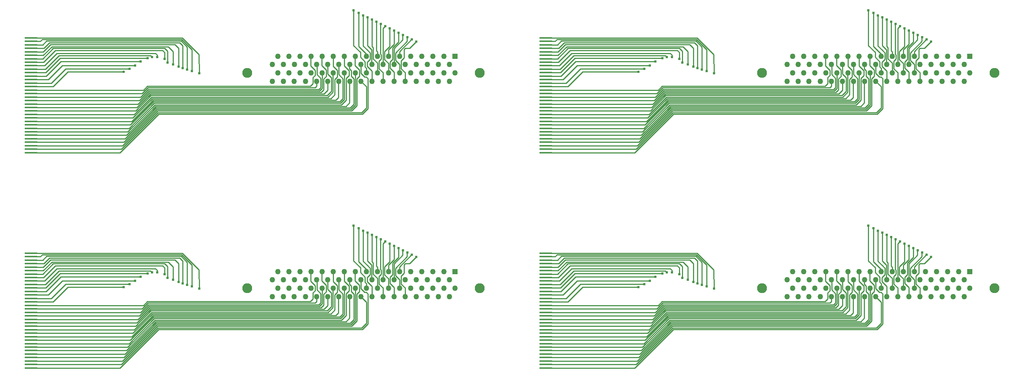
<source format=gtl>
%FSLAX23Y23*%
%MOIN*%
G70*
G01*
G75*
G04 Layer_Physical_Order=1*
G04 Layer_Color=255*
%ADD10R,0.118X0.018*%
%ADD11C,0.010*%
%ADD12C,0.050*%
%ADD13R,0.050X0.050*%
%ADD14C,0.090*%
%ADD15C,0.024*%
D10*
X8005Y9780D02*
D03*
Y9748D02*
D03*
Y9717D02*
D03*
Y9685D02*
D03*
Y9654D02*
D03*
Y9622D02*
D03*
Y9591D02*
D03*
Y9559D02*
D03*
Y9528D02*
D03*
Y9496D02*
D03*
Y9465D02*
D03*
Y9433D02*
D03*
Y9402D02*
D03*
Y9370D02*
D03*
Y9339D02*
D03*
Y9307D02*
D03*
Y9276D02*
D03*
Y9244D02*
D03*
Y9213D02*
D03*
Y9181D02*
D03*
Y9150D02*
D03*
Y9118D02*
D03*
Y9087D02*
D03*
Y9055D02*
D03*
Y9024D02*
D03*
Y8992D02*
D03*
Y8961D02*
D03*
Y8929D02*
D03*
Y8898D02*
D03*
Y8866D02*
D03*
Y8835D02*
D03*
Y8803D02*
D03*
Y8772D02*
D03*
Y8740D02*
D03*
X12655Y9780D02*
D03*
Y9748D02*
D03*
Y9717D02*
D03*
Y9685D02*
D03*
Y9654D02*
D03*
Y9622D02*
D03*
Y9591D02*
D03*
Y9559D02*
D03*
Y9528D02*
D03*
Y9496D02*
D03*
Y9465D02*
D03*
Y9433D02*
D03*
Y9402D02*
D03*
Y9370D02*
D03*
Y9339D02*
D03*
Y9307D02*
D03*
Y9276D02*
D03*
Y9244D02*
D03*
Y9213D02*
D03*
Y9181D02*
D03*
Y9150D02*
D03*
Y9118D02*
D03*
Y9087D02*
D03*
Y9055D02*
D03*
Y9024D02*
D03*
Y8992D02*
D03*
Y8961D02*
D03*
Y8929D02*
D03*
Y8898D02*
D03*
Y8866D02*
D03*
Y8835D02*
D03*
Y8803D02*
D03*
Y8772D02*
D03*
Y8740D02*
D03*
X8005Y11730D02*
D03*
Y11698D02*
D03*
Y11667D02*
D03*
Y11635D02*
D03*
Y11604D02*
D03*
Y11572D02*
D03*
Y11541D02*
D03*
Y11509D02*
D03*
Y11478D02*
D03*
Y11446D02*
D03*
Y11415D02*
D03*
Y11383D02*
D03*
Y11352D02*
D03*
Y11320D02*
D03*
Y11289D02*
D03*
Y11257D02*
D03*
Y11226D02*
D03*
Y11194D02*
D03*
Y11163D02*
D03*
Y11131D02*
D03*
Y11100D02*
D03*
Y11068D02*
D03*
Y11037D02*
D03*
Y11005D02*
D03*
Y10974D02*
D03*
Y10942D02*
D03*
Y10911D02*
D03*
Y10879D02*
D03*
Y10848D02*
D03*
Y10816D02*
D03*
Y10785D02*
D03*
Y10753D02*
D03*
Y10722D02*
D03*
Y10690D02*
D03*
X12655Y11730D02*
D03*
Y11698D02*
D03*
Y11667D02*
D03*
Y11635D02*
D03*
Y11604D02*
D03*
Y11572D02*
D03*
Y11541D02*
D03*
Y11509D02*
D03*
Y11478D02*
D03*
Y11446D02*
D03*
Y11415D02*
D03*
Y11383D02*
D03*
Y11352D02*
D03*
Y11320D02*
D03*
Y11289D02*
D03*
Y11257D02*
D03*
Y11226D02*
D03*
Y11194D02*
D03*
Y11163D02*
D03*
Y11131D02*
D03*
Y11100D02*
D03*
Y11068D02*
D03*
Y11037D02*
D03*
Y11005D02*
D03*
Y10974D02*
D03*
Y10942D02*
D03*
Y10911D02*
D03*
Y10879D02*
D03*
Y10848D02*
D03*
Y10816D02*
D03*
Y10785D02*
D03*
Y10753D02*
D03*
Y10722D02*
D03*
Y10690D02*
D03*
D11*
X8005Y9685D02*
X8123D01*
X8174Y9736D01*
X9349D01*
X9377Y9708D01*
Y9507D02*
Y9708D01*
X8005Y9559D02*
X8119D01*
X8225Y9665D01*
X9195D01*
X9213Y9647D01*
X9211Y9589D02*
X9213Y9647D01*
X8005Y9433D02*
X8143D01*
X8275Y9565D01*
X8995D01*
X8005Y9307D02*
X9021D01*
X9056Y9342D01*
X10528D01*
X10551Y9365D01*
Y9420D01*
X10574Y9443D01*
Y9485D01*
X10533Y9526D02*
X10574Y9485D01*
X10533Y9526D02*
Y9616D01*
X8005Y9181D02*
X8974D01*
X9079Y9286D01*
X10627D01*
X10650Y9309D01*
Y9408D01*
X10671Y9429D01*
Y9491D01*
X10634Y9528D02*
X10671Y9491D01*
X10634Y9528D02*
Y9612D01*
X8005Y9055D02*
X8927D01*
X9102Y9230D01*
X10715D01*
X10750Y9265D01*
Y9404D01*
X10771Y9425D01*
Y9487D01*
X10736Y9522D02*
X10771Y9487D01*
X10736Y9522D02*
Y9614D01*
X8005Y8929D02*
X8880D01*
X9125Y9174D01*
X10808D01*
X10851Y9217D01*
Y9412D01*
X10878Y9439D01*
Y9482D01*
X10835Y9525D02*
X10878Y9482D01*
X10835Y9525D02*
Y9615D01*
X8005Y8803D02*
X8834D01*
X9148Y9118D01*
X10902D01*
X10950Y9166D01*
Y9411D01*
X10971Y9432D01*
Y9491D01*
X10933Y9529D02*
X10971Y9491D01*
X10933Y9529D02*
Y9612D01*
X10965Y9702D02*
Y10005D01*
X11035Y9613D02*
Y9633D01*
X10965Y9703D02*
X11035Y9633D01*
X11125Y9663D02*
Y9926D01*
Y9663D02*
X11135Y9653D01*
Y9613D02*
Y9653D01*
X11285Y9722D02*
Y9845D01*
X11235Y9672D02*
X11285Y9722D01*
X11235Y9613D02*
Y9672D01*
X11444Y9765D02*
X11445D01*
X11335Y9656D02*
X11444Y9765D01*
X11335Y9613D02*
Y9656D01*
X8005Y9748D02*
X8005Y9748D01*
X8000Y9748D02*
X8090D01*
X8108Y9766D01*
X9367D01*
X9459Y9673D01*
Y9478D02*
Y9673D01*
X8005Y9622D02*
X8117D01*
X8195Y9700D01*
X9245D01*
X9290Y9655D01*
Y9540D02*
Y9655D01*
X8005Y9496D02*
X8136D01*
X8260Y9620D01*
X9085D01*
X9100Y9605D01*
X8005Y9370D02*
X8190D01*
X8320Y9500D01*
X8895D01*
X8005Y9244D02*
X8997D01*
X9067Y9314D01*
X10606D01*
X10622Y9330D01*
Y9414D01*
X10588Y9448D02*
X10622Y9414D01*
X10588Y9448D02*
Y9534D01*
X10584Y9538D02*
X10588Y9534D01*
X8005Y9118D02*
X8951D01*
X9090Y9258D01*
X10682D01*
X10720Y9296D01*
Y9419D01*
X10685Y9454D02*
X10720Y9419D01*
X10685Y9454D02*
Y9538D01*
X8005Y8992D02*
X8904D01*
X9114Y9202D01*
X10795D01*
X10823Y9230D01*
Y9411D01*
X10785Y9449D02*
X10823Y9411D01*
X10785Y9449D02*
Y9538D01*
X8005Y8866D02*
X8857D01*
X9137Y9146D01*
X10890D01*
X10922Y9178D01*
Y9411D01*
X10899Y9434D02*
X10922Y9411D01*
X10899Y9434D02*
Y9483D01*
X10884Y9498D02*
X10899Y9483D01*
X10884Y9498D02*
Y9540D01*
X8005Y8740D02*
X8810D01*
X9160Y9090D01*
X10998D01*
X11049Y9141D01*
Y9411D01*
X11035Y9425D02*
X11049Y9411D01*
X11019Y9425D02*
X11035D01*
X10985Y9459D02*
X11019Y9425D01*
X10985Y9459D02*
Y9538D01*
X11045Y9710D02*
Y9965D01*
Y9710D02*
X11083Y9672D01*
Y9540D02*
X11085Y9538D01*
X11083Y9540D02*
Y9672D01*
X11185Y9865D02*
X11205Y9885D01*
X11185Y9538D02*
Y9865D01*
X11364Y9804D02*
X11365Y9805D01*
X11364Y9762D02*
Y9804D01*
X11285Y9683D02*
X11364Y9762D01*
X11285Y9538D02*
Y9683D01*
X8005Y9717D02*
X8111D01*
X8146Y9752D01*
X9361D01*
X9415Y9697D01*
Y9494D02*
Y9697D01*
X8005Y9591D02*
X8111D01*
X8206Y9686D01*
X9214D01*
X9240Y9660D01*
Y9555D02*
Y9660D01*
X8005Y9465D02*
X8140D01*
X8270Y9595D01*
X9060D01*
X8005Y9339D02*
X8206D01*
X8339Y9472D01*
X8844D01*
X8005Y9213D02*
X8986D01*
X9073Y9300D01*
X10612D01*
X10636Y9324D01*
X10635Y9466D02*
X10636Y9465D01*
Y9324D02*
Y9465D01*
X8005Y9087D02*
X8939D01*
X9096Y9244D01*
X10688D01*
X10734Y9290D01*
Y9464D01*
X8005Y8961D02*
X8892D01*
X9119Y9188D01*
X10802D01*
X10837Y9223D01*
Y9383D02*
Y9384D01*
Y9223D02*
Y9383D01*
Y9384D02*
Y9463D01*
X8005Y8835D02*
X8845D01*
X9143Y9132D01*
X10896D01*
X10936Y9172D01*
X10935Y9462D02*
X10936Y9462D01*
Y9172D02*
Y9462D01*
X10917Y10027D02*
X10920Y10030D01*
Y9710D02*
Y10030D01*
Y9710D02*
X10981Y9649D01*
Y9605D02*
Y9649D01*
Y9605D02*
X11024Y9562D01*
Y9516D02*
Y9562D01*
Y9516D02*
X11035Y9505D01*
Y9462D02*
Y9505D01*
X11027Y9470D02*
X11035Y9462D01*
X11085Y9704D02*
Y9945D01*
Y9704D02*
X11097Y9692D01*
Y9590D02*
Y9692D01*
Y9590D02*
X11135Y9552D01*
Y9462D02*
Y9552D01*
X11245Y9702D02*
Y9865D01*
X11199Y9656D02*
X11245Y9702D01*
X11199Y9584D02*
Y9656D01*
Y9584D02*
X11235Y9548D01*
Y9462D02*
Y9548D01*
X11404Y9749D02*
Y9789D01*
X11299Y9644D02*
X11404Y9749D01*
X11299Y9577D02*
Y9644D01*
Y9577D02*
X11335Y9541D01*
Y9462D02*
Y9541D01*
X8005Y9780D02*
X9372D01*
X9524Y9628D01*
X9525Y9460D01*
X8005Y9654D02*
X8117D01*
X8182Y9719D01*
X9306D01*
X9338Y9687D01*
Y9520D02*
Y9687D01*
X8005Y9528D02*
X8128D01*
X8240Y9640D01*
X9130D01*
X9145Y9625D01*
Y9605D02*
Y9625D01*
X8005Y9402D02*
X8162D01*
X8290Y9530D01*
X8945D01*
X8005Y9276D02*
X9009D01*
X9061Y9328D01*
X10572D01*
X10587Y9343D01*
X10585Y9389D02*
X10587Y9387D01*
Y9343D02*
Y9387D01*
X8005Y9150D02*
X8962D01*
X9085Y9272D01*
X10652D01*
X10685Y9305D01*
Y9387D01*
X8005Y9024D02*
X8916D01*
X9108Y9216D01*
X10759D01*
X10784Y9241D01*
Y9389D01*
X8005Y8898D02*
X8869D01*
X9131Y9160D01*
X10852D01*
X10884Y9192D01*
Y9388D01*
X8005Y8772D02*
X8822D01*
X9154Y9104D01*
X10992D01*
X11035Y9147D01*
Y9337D01*
X10985Y9387D02*
X11035Y9337D01*
X11007Y9706D02*
Y9984D01*
Y9706D02*
X11045Y9668D01*
X11048Y9665D02*
X11069Y9644D01*
Y9585D02*
Y9644D01*
X11042Y9558D02*
X11069Y9585D01*
X11042Y9522D02*
Y9558D01*
Y9522D02*
X11085Y9479D01*
Y9387D02*
Y9479D01*
X11164Y9633D02*
X11170Y9627D01*
X11164Y9633D02*
Y9906D01*
X11170Y9589D02*
Y9627D01*
X11150Y9569D02*
X11170Y9589D01*
X11150Y9501D02*
Y9569D01*
Y9501D02*
X11185Y9466D01*
Y9387D02*
Y9466D01*
X11325Y9742D02*
Y9825D01*
X11271Y9688D02*
X11325Y9742D01*
X11271Y9585D02*
Y9688D01*
X11249Y9563D02*
X11271Y9585D01*
X11249Y9506D02*
Y9563D01*
Y9506D02*
X11285Y9470D01*
Y9387D02*
Y9470D01*
X11427Y9687D02*
X11486Y9746D01*
X11386Y9687D02*
X11427D01*
X11375Y9676D02*
X11386Y9687D01*
X11375Y9599D02*
Y9676D01*
X11350Y9574D02*
X11375Y9599D01*
X11350Y9500D02*
Y9574D01*
Y9500D02*
X11385Y9465D01*
Y9387D02*
Y9465D01*
X12655Y9685D02*
X12773D01*
X12824Y9736D01*
X13999D01*
X14027Y9708D01*
Y9507D02*
Y9708D01*
X12655Y9559D02*
X12769D01*
X12875Y9665D01*
X13845D01*
X13863Y9647D01*
X13861Y9589D02*
X13863Y9647D01*
X12655Y9433D02*
X12793D01*
X12925Y9565D01*
X13645D01*
X12655Y9307D02*
X13671D01*
X13706Y9342D01*
X15178D01*
X15201Y9365D01*
Y9420D01*
X15224Y9443D01*
Y9485D01*
X15183Y9526D02*
X15224Y9485D01*
X15183Y9526D02*
Y9616D01*
X12655Y9181D02*
X13624D01*
X13729Y9286D01*
X15277D01*
X15300Y9309D01*
Y9408D01*
X15321Y9429D01*
Y9491D01*
X15284Y9528D02*
X15321Y9491D01*
X15284Y9528D02*
Y9612D01*
X12655Y9055D02*
X13577D01*
X13752Y9230D01*
X15365D01*
X15400Y9265D01*
Y9404D01*
X15421Y9425D01*
Y9487D01*
X15386Y9522D02*
X15421Y9487D01*
X15386Y9522D02*
Y9614D01*
X12655Y8929D02*
X13530D01*
X13775Y9174D01*
X15458D01*
X15501Y9217D01*
Y9412D01*
X15528Y9439D01*
Y9482D01*
X15485Y9525D02*
X15528Y9482D01*
X15485Y9525D02*
Y9615D01*
X12655Y8803D02*
X13484D01*
X13798Y9118D01*
X15552D01*
X15600Y9166D01*
Y9411D01*
X15621Y9432D01*
Y9491D01*
X15583Y9529D02*
X15621Y9491D01*
X15583Y9529D02*
Y9612D01*
X15615Y9702D02*
Y10005D01*
X15685Y9613D02*
Y9633D01*
X15615Y9703D02*
X15685Y9633D01*
X15775Y9663D02*
Y9926D01*
Y9663D02*
X15785Y9653D01*
Y9613D02*
Y9653D01*
X15935Y9722D02*
Y9845D01*
X15885Y9672D02*
X15935Y9722D01*
X15885Y9613D02*
Y9672D01*
X16094Y9765D02*
X16095D01*
X15985Y9656D02*
X16094Y9765D01*
X15985Y9613D02*
Y9656D01*
X12655Y9748D02*
X12655Y9748D01*
X12650Y9748D02*
X12740D01*
X12758Y9766D01*
X14017D01*
X14109Y9673D01*
Y9478D02*
Y9673D01*
X12655Y9622D02*
X12767D01*
X12845Y9700D01*
X13895D01*
X13940Y9655D01*
Y9540D02*
Y9655D01*
X12655Y9496D02*
X12786D01*
X12910Y9620D01*
X13735D01*
X13750Y9605D01*
X12655Y9370D02*
X12840D01*
X12970Y9500D01*
X13545D01*
X12655Y9244D02*
X13647D01*
X13717Y9314D01*
X15256D01*
X15272Y9330D01*
Y9414D01*
X15238Y9448D02*
X15272Y9414D01*
X15238Y9448D02*
Y9534D01*
X15234Y9538D02*
X15238Y9534D01*
X12655Y9118D02*
X13601D01*
X13740Y9258D01*
X15332D01*
X15370Y9296D01*
Y9419D01*
X15335Y9454D02*
X15370Y9419D01*
X15335Y9454D02*
Y9538D01*
X12655Y8992D02*
X13554D01*
X13764Y9202D01*
X15445D01*
X15473Y9230D01*
Y9411D01*
X15435Y9449D02*
X15473Y9411D01*
X15435Y9449D02*
Y9538D01*
X12655Y8866D02*
X13507D01*
X13787Y9146D01*
X15540D01*
X15572Y9178D01*
Y9411D01*
X15549Y9434D02*
X15572Y9411D01*
X15549Y9434D02*
Y9483D01*
X15534Y9498D02*
X15549Y9483D01*
X15534Y9498D02*
Y9540D01*
X12655Y8740D02*
X13460D01*
X13810Y9090D01*
X15648D01*
X15699Y9141D01*
Y9411D01*
X15685Y9425D02*
X15699Y9411D01*
X15669Y9425D02*
X15685D01*
X15635Y9459D02*
X15669Y9425D01*
X15635Y9459D02*
Y9538D01*
X15695Y9710D02*
Y9965D01*
Y9710D02*
X15733Y9672D01*
Y9540D02*
X15735Y9538D01*
X15733Y9540D02*
Y9672D01*
X15835Y9865D02*
X15855Y9885D01*
X15835Y9538D02*
Y9865D01*
X16014Y9804D02*
X16015Y9805D01*
X16014Y9762D02*
Y9804D01*
X15935Y9683D02*
X16014Y9762D01*
X15935Y9538D02*
Y9683D01*
X12655Y9717D02*
X12761D01*
X12796Y9752D01*
X14011D01*
X14065Y9697D01*
Y9494D02*
Y9697D01*
X12655Y9591D02*
X12761D01*
X12856Y9686D01*
X13864D01*
X13890Y9660D01*
Y9555D02*
Y9660D01*
X12655Y9465D02*
X12790D01*
X12920Y9595D01*
X13710D01*
X12655Y9339D02*
X12856D01*
X12989Y9472D01*
X13494D01*
X12655Y9213D02*
X13636D01*
X13723Y9300D01*
X15262D01*
X15286Y9324D01*
X15285Y9466D02*
X15286Y9465D01*
Y9324D02*
Y9465D01*
X12655Y9087D02*
X13589D01*
X13746Y9244D01*
X15338D01*
X15384Y9290D01*
Y9464D01*
X12655Y8961D02*
X13542D01*
X13769Y9188D01*
X15452D01*
X15487Y9223D01*
Y9383D02*
Y9384D01*
Y9223D02*
Y9383D01*
Y9384D02*
Y9463D01*
X12655Y8835D02*
X13495D01*
X13793Y9132D01*
X15546D01*
X15586Y9172D01*
X15585Y9462D02*
X15586Y9462D01*
Y9172D02*
Y9462D01*
X15567Y10027D02*
X15570Y10030D01*
Y9710D02*
Y10030D01*
Y9710D02*
X15631Y9649D01*
Y9605D02*
Y9649D01*
Y9605D02*
X15674Y9562D01*
Y9516D02*
Y9562D01*
Y9516D02*
X15685Y9505D01*
Y9462D02*
Y9505D01*
X15677Y9470D02*
X15685Y9462D01*
X15735Y9704D02*
Y9945D01*
Y9704D02*
X15747Y9692D01*
Y9590D02*
Y9692D01*
Y9590D02*
X15785Y9552D01*
Y9462D02*
Y9552D01*
X15895Y9702D02*
Y9865D01*
X15849Y9656D02*
X15895Y9702D01*
X15849Y9584D02*
Y9656D01*
Y9584D02*
X15885Y9548D01*
Y9462D02*
Y9548D01*
X16054Y9749D02*
Y9789D01*
X15949Y9644D02*
X16054Y9749D01*
X15949Y9577D02*
Y9644D01*
Y9577D02*
X15985Y9541D01*
Y9462D02*
Y9541D01*
X12655Y9780D02*
X14022D01*
X14174Y9628D01*
X14175Y9460D01*
X12655Y9654D02*
X12767D01*
X12832Y9719D01*
X13956D01*
X13988Y9687D01*
Y9520D02*
Y9687D01*
X12655Y9528D02*
X12778D01*
X12890Y9640D01*
X13780D01*
X13795Y9625D01*
Y9605D02*
Y9625D01*
X12655Y9402D02*
X12812D01*
X12940Y9530D01*
X13595D01*
X12655Y9276D02*
X13659D01*
X13711Y9328D01*
X15222D01*
X15237Y9343D01*
X15235Y9389D02*
X15237Y9387D01*
Y9343D02*
Y9387D01*
X12655Y9150D02*
X13612D01*
X13735Y9272D01*
X15302D01*
X15335Y9305D01*
Y9387D01*
X12655Y9024D02*
X13566D01*
X13758Y9216D01*
X15409D01*
X15434Y9241D01*
Y9389D01*
X12655Y8898D02*
X13519D01*
X13781Y9160D01*
X15502D01*
X15534Y9192D01*
Y9388D01*
X12655Y8772D02*
X13472D01*
X13804Y9104D01*
X15642D01*
X15685Y9147D01*
Y9337D01*
X15635Y9387D02*
X15685Y9337D01*
X15657Y9706D02*
Y9984D01*
Y9706D02*
X15695Y9668D01*
X15698Y9665D02*
X15719Y9644D01*
Y9585D02*
Y9644D01*
X15692Y9558D02*
X15719Y9585D01*
X15692Y9522D02*
Y9558D01*
Y9522D02*
X15735Y9479D01*
Y9387D02*
Y9479D01*
X15814Y9633D02*
X15820Y9627D01*
X15814Y9633D02*
Y9906D01*
X15820Y9589D02*
Y9627D01*
X15800Y9569D02*
X15820Y9589D01*
X15800Y9501D02*
Y9569D01*
Y9501D02*
X15835Y9466D01*
Y9387D02*
Y9466D01*
X15975Y9742D02*
Y9825D01*
X15921Y9688D02*
X15975Y9742D01*
X15921Y9585D02*
Y9688D01*
X15899Y9563D02*
X15921Y9585D01*
X15899Y9506D02*
Y9563D01*
Y9506D02*
X15935Y9470D01*
Y9387D02*
Y9470D01*
X16077Y9687D02*
X16136Y9746D01*
X16036Y9687D02*
X16077D01*
X16025Y9676D02*
X16036Y9687D01*
X16025Y9599D02*
Y9676D01*
X16000Y9574D02*
X16025Y9599D01*
X16000Y9500D02*
Y9574D01*
Y9500D02*
X16035Y9465D01*
Y9387D02*
Y9465D01*
X8005Y11635D02*
X8123D01*
X8174Y11686D01*
X9349D01*
X9377Y11658D01*
Y11457D02*
Y11658D01*
X8005Y11509D02*
X8119D01*
X8225Y11615D01*
X9195D01*
X9213Y11597D01*
X9211Y11539D02*
X9213Y11597D01*
X8005Y11383D02*
X8143D01*
X8275Y11515D01*
X8995D01*
X8005Y11257D02*
X9021D01*
X9056Y11292D01*
X10528D01*
X10551Y11315D01*
Y11370D01*
X10574Y11393D01*
Y11435D01*
X10533Y11476D02*
X10574Y11435D01*
X10533Y11476D02*
Y11566D01*
X8005Y11131D02*
X8974D01*
X9079Y11236D01*
X10627D01*
X10650Y11259D01*
Y11358D01*
X10671Y11379D01*
Y11441D01*
X10634Y11478D02*
X10671Y11441D01*
X10634Y11478D02*
Y11562D01*
X8005Y11005D02*
X8927D01*
X9102Y11180D01*
X10715D01*
X10750Y11215D01*
Y11354D01*
X10771Y11375D01*
Y11437D01*
X10736Y11472D02*
X10771Y11437D01*
X10736Y11472D02*
Y11564D01*
X8005Y10879D02*
X8880D01*
X9125Y11124D01*
X10808D01*
X10851Y11167D01*
Y11362D01*
X10878Y11389D01*
Y11432D01*
X10835Y11475D02*
X10878Y11432D01*
X10835Y11475D02*
Y11565D01*
X8005Y10753D02*
X8834D01*
X9148Y11068D01*
X10902D01*
X10950Y11116D01*
Y11361D01*
X10971Y11382D01*
Y11441D01*
X10933Y11479D02*
X10971Y11441D01*
X10933Y11479D02*
Y11562D01*
X10965Y11652D02*
Y11955D01*
X11035Y11562D02*
Y11583D01*
X10965Y11653D02*
X11035Y11583D01*
X11125Y11613D02*
Y11876D01*
Y11613D02*
X11135Y11603D01*
Y11562D02*
Y11603D01*
X11285Y11672D02*
Y11795D01*
X11235Y11622D02*
X11285Y11672D01*
X11235Y11562D02*
Y11622D01*
X11444Y11715D02*
X11445D01*
X11335Y11606D02*
X11444Y11715D01*
X11335Y11562D02*
Y11606D01*
X8005Y11698D02*
X8005Y11698D01*
X8000Y11698D02*
X8090D01*
X8108Y11716D01*
X9367D01*
X9459Y11623D01*
Y11428D02*
Y11623D01*
X8005Y11572D02*
X8117D01*
X8195Y11650D01*
X9245D01*
X9290Y11605D01*
Y11490D02*
Y11605D01*
X8005Y11446D02*
X8136D01*
X8260Y11570D01*
X9085D01*
X9100Y11555D01*
X8005Y11320D02*
X8190D01*
X8320Y11450D01*
X8895D01*
X8005Y11194D02*
X8997D01*
X9067Y11264D01*
X10606D01*
X10622Y11280D01*
Y11364D01*
X10588Y11398D02*
X10622Y11364D01*
X10588Y11398D02*
Y11484D01*
X10584Y11488D02*
X10588Y11484D01*
X8005Y11068D02*
X8951D01*
X9090Y11208D01*
X10682D01*
X10720Y11246D01*
Y11369D01*
X10685Y11404D02*
X10720Y11369D01*
X10685Y11404D02*
Y11488D01*
X8005Y10942D02*
X8904D01*
X9114Y11152D01*
X10795D01*
X10823Y11180D01*
Y11361D01*
X10785Y11399D02*
X10823Y11361D01*
X10785Y11399D02*
Y11488D01*
X8005Y10816D02*
X8857D01*
X9137Y11096D01*
X10890D01*
X10922Y11128D01*
Y11361D01*
X10899Y11384D02*
X10922Y11361D01*
X10899Y11384D02*
Y11433D01*
X10884Y11448D02*
X10899Y11433D01*
X10884Y11448D02*
Y11490D01*
X8005Y10690D02*
X8810D01*
X9160Y11040D01*
X10998D01*
X11049Y11091D01*
Y11361D01*
X11035Y11375D02*
X11049Y11361D01*
X11019Y11375D02*
X11035D01*
X10985Y11409D02*
X11019Y11375D01*
X10985Y11409D02*
Y11488D01*
X11045Y11660D02*
Y11915D01*
Y11660D02*
X11083Y11622D01*
Y11490D02*
X11085Y11488D01*
X11083Y11490D02*
Y11622D01*
X11185Y11815D02*
X11205Y11835D01*
X11185Y11488D02*
Y11815D01*
X11364Y11754D02*
X11365Y11755D01*
X11364Y11712D02*
Y11754D01*
X11285Y11633D02*
X11364Y11712D01*
X11285Y11488D02*
Y11633D01*
X8005Y11667D02*
X8111D01*
X8146Y11702D01*
X9361D01*
X9415Y11647D01*
Y11444D02*
Y11647D01*
X8005Y11541D02*
X8111D01*
X8206Y11636D01*
X9214D01*
X9240Y11610D01*
Y11505D02*
Y11610D01*
X8005Y11415D02*
X8140D01*
X8270Y11545D01*
X9060D01*
X8005Y11289D02*
X8206D01*
X8339Y11422D01*
X8844D01*
X8005Y11163D02*
X8986D01*
X9073Y11250D01*
X10612D01*
X10636Y11274D01*
X10635Y11416D02*
X10636Y11415D01*
Y11274D02*
Y11415D01*
X8005Y11037D02*
X8939D01*
X9096Y11194D01*
X10688D01*
X10734Y11240D01*
Y11414D01*
X8005Y10911D02*
X8892D01*
X9119Y11138D01*
X10802D01*
X10837Y11173D01*
Y11333D02*
Y11334D01*
Y11173D02*
Y11333D01*
Y11334D02*
Y11413D01*
X8005Y10785D02*
X8845D01*
X9143Y11082D01*
X10896D01*
X10936Y11122D01*
X10935Y11413D02*
X10936Y11411D01*
Y11122D02*
Y11411D01*
X10917Y11977D02*
X10920Y11980D01*
Y11660D02*
Y11980D01*
Y11660D02*
X10981Y11599D01*
Y11555D02*
Y11599D01*
Y11555D02*
X11024Y11512D01*
Y11466D02*
Y11512D01*
Y11466D02*
X11035Y11455D01*
Y11413D02*
Y11455D01*
X11027Y11420D02*
X11035Y11413D01*
X11085Y11654D02*
Y11895D01*
Y11654D02*
X11097Y11642D01*
Y11540D02*
Y11642D01*
Y11540D02*
X11135Y11502D01*
Y11413D02*
Y11502D01*
X11245Y11652D02*
Y11815D01*
X11199Y11606D02*
X11245Y11652D01*
X11199Y11534D02*
Y11606D01*
Y11534D02*
X11235Y11498D01*
Y11413D02*
Y11498D01*
X11404Y11699D02*
Y11739D01*
X11299Y11594D02*
X11404Y11699D01*
X11299Y11527D02*
Y11594D01*
Y11527D02*
X11335Y11491D01*
Y11413D02*
Y11491D01*
X8005Y11730D02*
X9372D01*
X9524Y11578D01*
X9525Y11410D01*
X8005Y11604D02*
X8117D01*
X8182Y11669D01*
X9306D01*
X9338Y11637D01*
Y11470D02*
Y11637D01*
X8005Y11478D02*
X8128D01*
X8240Y11590D01*
X9130D01*
X9145Y11575D01*
Y11555D02*
Y11575D01*
X8005Y11352D02*
X8162D01*
X8290Y11480D01*
X8945D01*
X8005Y11226D02*
X9009D01*
X9061Y11278D01*
X10572D01*
X10587Y11293D01*
X10585Y11339D02*
X10587Y11337D01*
Y11293D02*
Y11337D01*
X8005Y11100D02*
X8962D01*
X9085Y11222D01*
X10652D01*
X10685Y11255D01*
Y11337D01*
X8005Y10974D02*
X8916D01*
X9108Y11166D01*
X10759D01*
X10784Y11191D01*
Y11339D01*
X8005Y10848D02*
X8869D01*
X9131Y11110D01*
X10852D01*
X10884Y11142D01*
Y11338D01*
X8005Y10722D02*
X8822D01*
X9154Y11054D01*
X10992D01*
X11035Y11097D01*
Y11288D01*
X10985Y11337D02*
X11035Y11288D01*
X11007Y11656D02*
Y11934D01*
Y11656D02*
X11045Y11618D01*
X11048Y11615D02*
X11069Y11594D01*
Y11535D02*
Y11594D01*
X11042Y11508D02*
X11069Y11535D01*
X11042Y11472D02*
Y11508D01*
Y11472D02*
X11085Y11429D01*
Y11337D02*
Y11429D01*
X11164Y11583D02*
X11170Y11577D01*
X11164Y11583D02*
Y11856D01*
X11170Y11539D02*
Y11577D01*
X11150Y11519D02*
X11170Y11539D01*
X11150Y11451D02*
Y11519D01*
Y11451D02*
X11185Y11416D01*
Y11337D02*
Y11416D01*
X11325Y11692D02*
Y11775D01*
X11271Y11638D02*
X11325Y11692D01*
X11271Y11535D02*
Y11638D01*
X11249Y11513D02*
X11271Y11535D01*
X11249Y11456D02*
Y11513D01*
Y11456D02*
X11285Y11420D01*
Y11337D02*
Y11420D01*
X11427Y11637D02*
X11486Y11696D01*
X11386Y11637D02*
X11427D01*
X11375Y11626D02*
X11386Y11637D01*
X11375Y11549D02*
Y11626D01*
X11350Y11524D02*
X11375Y11549D01*
X11350Y11450D02*
Y11524D01*
Y11450D02*
X11385Y11415D01*
Y11337D02*
Y11415D01*
X12655Y11635D02*
X12773D01*
X12824Y11686D01*
X13999D01*
X14027Y11658D01*
Y11457D02*
Y11658D01*
X12655Y11509D02*
X12769D01*
X12875Y11615D01*
X13845D01*
X13863Y11597D01*
X13861Y11539D02*
X13863Y11597D01*
X12655Y11383D02*
X12793D01*
X12925Y11515D01*
X13645D01*
X12655Y11257D02*
X13671D01*
X13706Y11292D01*
X15178D01*
X15201Y11315D01*
Y11370D01*
X15224Y11393D01*
Y11435D01*
X15183Y11476D02*
X15224Y11435D01*
X15183Y11476D02*
Y11566D01*
X12655Y11131D02*
X13624D01*
X13729Y11236D01*
X15277D01*
X15300Y11259D01*
Y11358D01*
X15321Y11379D01*
Y11441D01*
X15284Y11478D02*
X15321Y11441D01*
X15284Y11478D02*
Y11562D01*
X12655Y11005D02*
X13577D01*
X13752Y11180D01*
X15365D01*
X15400Y11215D01*
Y11354D01*
X15421Y11375D01*
Y11437D01*
X15386Y11472D02*
X15421Y11437D01*
X15386Y11472D02*
Y11564D01*
X12655Y10879D02*
X13530D01*
X13775Y11124D01*
X15458D01*
X15501Y11167D01*
Y11362D01*
X15528Y11389D01*
Y11432D01*
X15485Y11475D02*
X15528Y11432D01*
X15485Y11475D02*
Y11565D01*
X12655Y10753D02*
X13484D01*
X13798Y11068D01*
X15552D01*
X15600Y11116D01*
Y11361D01*
X15621Y11382D01*
Y11441D01*
X15583Y11479D02*
X15621Y11441D01*
X15583Y11479D02*
Y11562D01*
X15615Y11652D02*
Y11955D01*
X15685Y11562D02*
Y11583D01*
X15615Y11653D02*
X15685Y11583D01*
X15775Y11613D02*
Y11876D01*
Y11613D02*
X15785Y11603D01*
Y11562D02*
Y11603D01*
X15935Y11672D02*
Y11795D01*
X15885Y11622D02*
X15935Y11672D01*
X15885Y11562D02*
Y11622D01*
X16094Y11715D02*
X16095D01*
X15985Y11606D02*
X16094Y11715D01*
X15985Y11562D02*
Y11606D01*
X12655Y11698D02*
X12655Y11698D01*
X12650Y11698D02*
X12740D01*
X12758Y11716D01*
X14017D01*
X14109Y11623D01*
Y11428D02*
Y11623D01*
X12655Y11572D02*
X12767D01*
X12845Y11650D01*
X13895D01*
X13940Y11605D01*
Y11490D02*
Y11605D01*
X12655Y11446D02*
X12786D01*
X12910Y11570D01*
X13735D01*
X13750Y11555D01*
X12655Y11320D02*
X12840D01*
X12970Y11450D01*
X13545D01*
X12655Y11194D02*
X13647D01*
X13717Y11264D01*
X15256D01*
X15272Y11280D01*
Y11364D01*
X15238Y11398D02*
X15272Y11364D01*
X15238Y11398D02*
Y11484D01*
X15234Y11488D02*
X15238Y11484D01*
X12655Y11068D02*
X13601D01*
X13740Y11208D01*
X15332D01*
X15370Y11246D01*
Y11369D01*
X15335Y11404D02*
X15370Y11369D01*
X15335Y11404D02*
Y11488D01*
X12655Y10942D02*
X13554D01*
X13764Y11152D01*
X15445D01*
X15473Y11180D01*
Y11361D01*
X15435Y11399D02*
X15473Y11361D01*
X15435Y11399D02*
Y11488D01*
X12655Y10816D02*
X13507D01*
X13787Y11096D01*
X15540D01*
X15572Y11128D01*
Y11361D01*
X15549Y11384D02*
X15572Y11361D01*
X15549Y11384D02*
Y11433D01*
X15534Y11448D02*
X15549Y11433D01*
X15534Y11448D02*
Y11490D01*
X12655Y10690D02*
X13460D01*
X13810Y11040D01*
X15648D01*
X15699Y11091D01*
Y11361D01*
X15685Y11375D02*
X15699Y11361D01*
X15669Y11375D02*
X15685D01*
X15635Y11409D02*
X15669Y11375D01*
X15635Y11409D02*
Y11488D01*
X15695Y11660D02*
Y11915D01*
Y11660D02*
X15733Y11622D01*
Y11490D02*
X15735Y11488D01*
X15733Y11490D02*
Y11622D01*
X15835Y11815D02*
X15855Y11835D01*
X15835Y11488D02*
Y11815D01*
X16014Y11754D02*
X16015Y11755D01*
X16014Y11712D02*
Y11754D01*
X15935Y11633D02*
X16014Y11712D01*
X15935Y11488D02*
Y11633D01*
X12655Y11667D02*
X12761D01*
X12796Y11702D01*
X14011D01*
X14065Y11647D01*
Y11444D02*
Y11647D01*
X12655Y11541D02*
X12761D01*
X12856Y11636D01*
X13864D01*
X13890Y11610D01*
Y11505D02*
Y11610D01*
X12655Y11415D02*
X12790D01*
X12920Y11545D01*
X13710D01*
X12655Y11289D02*
X12856D01*
X12989Y11422D01*
X13494D01*
X12655Y11163D02*
X13636D01*
X13723Y11250D01*
X15262D01*
X15286Y11274D01*
X15285Y11416D02*
X15286Y11415D01*
Y11274D02*
Y11415D01*
X12655Y11037D02*
X13589D01*
X13746Y11194D01*
X15338D01*
X15384Y11240D01*
Y11414D01*
X12655Y10911D02*
X13542D01*
X13769Y11138D01*
X15452D01*
X15487Y11173D01*
Y11333D02*
Y11334D01*
Y11173D02*
Y11333D01*
Y11334D02*
Y11413D01*
X12655Y10785D02*
X13495D01*
X13793Y11082D01*
X15546D01*
X15586Y11122D01*
X15585Y11413D02*
X15586Y11411D01*
Y11122D02*
Y11411D01*
X15567Y11977D02*
X15570Y11980D01*
Y11660D02*
Y11980D01*
Y11660D02*
X15631Y11599D01*
Y11555D02*
Y11599D01*
Y11555D02*
X15674Y11512D01*
Y11466D02*
Y11512D01*
Y11466D02*
X15685Y11455D01*
Y11413D02*
Y11455D01*
X15677Y11420D02*
X15685Y11413D01*
X15735Y11654D02*
Y11895D01*
Y11654D02*
X15747Y11642D01*
Y11540D02*
Y11642D01*
Y11540D02*
X15785Y11502D01*
Y11413D02*
Y11502D01*
X15895Y11652D02*
Y11815D01*
X15849Y11606D02*
X15895Y11652D01*
X15849Y11534D02*
Y11606D01*
Y11534D02*
X15885Y11498D01*
Y11413D02*
Y11498D01*
X16054Y11699D02*
Y11739D01*
X15949Y11594D02*
X16054Y11699D01*
X15949Y11527D02*
Y11594D01*
Y11527D02*
X15985Y11491D01*
Y11413D02*
Y11491D01*
X12655Y11730D02*
X14022D01*
X14174Y11578D01*
X14175Y11410D01*
X12655Y11604D02*
X12767D01*
X12832Y11669D01*
X13956D01*
X13988Y11637D01*
Y11470D02*
Y11637D01*
X12655Y11478D02*
X12778D01*
X12890Y11590D01*
X13780D01*
X13795Y11575D01*
Y11555D02*
Y11575D01*
X12655Y11352D02*
X12812D01*
X12940Y11480D01*
X13595D01*
X12655Y11226D02*
X13659D01*
X13711Y11278D01*
X15222D01*
X15237Y11293D01*
X15235Y11339D02*
X15237Y11337D01*
Y11293D02*
Y11337D01*
X12655Y11100D02*
X13612D01*
X13735Y11222D01*
X15302D01*
X15335Y11255D01*
Y11337D01*
X12655Y10974D02*
X13566D01*
X13758Y11166D01*
X15409D01*
X15434Y11191D01*
Y11339D01*
X12655Y10848D02*
X13519D01*
X13781Y11110D01*
X15502D01*
X15534Y11142D01*
Y11338D01*
X12655Y10722D02*
X13472D01*
X13804Y11054D01*
X15642D01*
X15685Y11097D01*
Y11288D01*
X15635Y11337D02*
X15685Y11288D01*
X15657Y11656D02*
Y11934D01*
Y11656D02*
X15695Y11618D01*
X15698Y11615D02*
X15719Y11594D01*
Y11535D02*
Y11594D01*
X15692Y11508D02*
X15719Y11535D01*
X15692Y11472D02*
Y11508D01*
Y11472D02*
X15735Y11429D01*
Y11337D02*
Y11429D01*
X15814Y11583D02*
X15820Y11577D01*
X15814Y11583D02*
Y11856D01*
X15820Y11539D02*
Y11577D01*
X15800Y11519D02*
X15820Y11539D01*
X15800Y11451D02*
Y11519D01*
Y11451D02*
X15835Y11416D01*
Y11337D02*
Y11416D01*
X15975Y11692D02*
Y11775D01*
X15921Y11638D02*
X15975Y11692D01*
X15921Y11535D02*
Y11638D01*
X15899Y11513D02*
X15921Y11535D01*
X15899Y11456D02*
Y11513D01*
Y11456D02*
X15935Y11420D01*
Y11337D02*
Y11420D01*
X16077Y11637D02*
X16136Y11696D01*
X16036Y11637D02*
X16077D01*
X16025Y11626D02*
X16036Y11637D01*
X16025Y11549D02*
Y11626D01*
X16000Y11524D02*
X16025Y11549D01*
X16000Y11450D02*
Y11524D01*
Y11450D02*
X16035Y11415D01*
Y11337D02*
Y11415D01*
D12*
X10185Y9387D02*
D03*
Y9538D02*
D03*
X10235Y9462D02*
D03*
Y9613D02*
D03*
X10285Y9387D02*
D03*
Y9538D02*
D03*
X10335Y9462D02*
D03*
Y9613D02*
D03*
X10384Y9387D02*
D03*
X10385Y9538D02*
D03*
X10435Y9462D02*
D03*
Y9613D02*
D03*
X10485Y9387D02*
D03*
Y9538D02*
D03*
X10535Y9462D02*
D03*
Y9613D02*
D03*
X10585Y9387D02*
D03*
Y9538D02*
D03*
X10635Y9462D02*
D03*
Y9613D02*
D03*
X10685Y9387D02*
D03*
Y9538D02*
D03*
X10735Y9462D02*
D03*
Y9613D02*
D03*
X10785Y9387D02*
D03*
Y9538D02*
D03*
X10835Y9462D02*
D03*
Y9613D02*
D03*
X10885Y9387D02*
D03*
Y9538D02*
D03*
X10935Y9462D02*
D03*
Y9613D02*
D03*
X10985Y9387D02*
D03*
Y9538D02*
D03*
X11035Y9462D02*
D03*
Y9613D02*
D03*
X11085Y9387D02*
D03*
Y9538D02*
D03*
X11135Y9462D02*
D03*
Y9613D02*
D03*
X11185Y9387D02*
D03*
Y9538D02*
D03*
X11235Y9462D02*
D03*
Y9613D02*
D03*
X11285Y9387D02*
D03*
Y9538D02*
D03*
X11335Y9462D02*
D03*
Y9613D02*
D03*
X11385Y9387D02*
D03*
Y9538D02*
D03*
X11435Y9462D02*
D03*
Y9613D02*
D03*
X11485Y9387D02*
D03*
Y9538D02*
D03*
X11535Y9462D02*
D03*
Y9613D02*
D03*
X11585Y9387D02*
D03*
Y9538D02*
D03*
X11635Y9462D02*
D03*
Y9613D02*
D03*
X11685Y9387D02*
D03*
Y9538D02*
D03*
X11735Y9462D02*
D03*
Y9613D02*
D03*
X11785Y9387D02*
D03*
Y9538D02*
D03*
X11835Y9462D02*
D03*
X14835Y9387D02*
D03*
Y9538D02*
D03*
X14885Y9462D02*
D03*
Y9613D02*
D03*
X14935Y9387D02*
D03*
Y9538D02*
D03*
X14985Y9462D02*
D03*
Y9613D02*
D03*
X15034Y9387D02*
D03*
X15035Y9538D02*
D03*
X15085Y9462D02*
D03*
Y9613D02*
D03*
X15135Y9387D02*
D03*
Y9538D02*
D03*
X15185Y9462D02*
D03*
Y9613D02*
D03*
X15235Y9387D02*
D03*
Y9538D02*
D03*
X15285Y9462D02*
D03*
Y9613D02*
D03*
X15335Y9387D02*
D03*
Y9538D02*
D03*
X15385Y9462D02*
D03*
Y9613D02*
D03*
X15435Y9387D02*
D03*
Y9538D02*
D03*
X15485Y9462D02*
D03*
Y9613D02*
D03*
X15535Y9387D02*
D03*
Y9538D02*
D03*
X15585Y9462D02*
D03*
Y9613D02*
D03*
X15635Y9387D02*
D03*
Y9538D02*
D03*
X15685Y9462D02*
D03*
Y9613D02*
D03*
X15735Y9387D02*
D03*
Y9538D02*
D03*
X15785Y9462D02*
D03*
Y9613D02*
D03*
X15835Y9387D02*
D03*
Y9538D02*
D03*
X15885Y9462D02*
D03*
Y9613D02*
D03*
X15935Y9387D02*
D03*
Y9538D02*
D03*
X15985Y9462D02*
D03*
Y9613D02*
D03*
X16035Y9387D02*
D03*
Y9538D02*
D03*
X16085Y9462D02*
D03*
Y9613D02*
D03*
X16135Y9387D02*
D03*
Y9538D02*
D03*
X16185Y9462D02*
D03*
Y9613D02*
D03*
X16235Y9387D02*
D03*
Y9538D02*
D03*
X16285Y9462D02*
D03*
Y9613D02*
D03*
X16335Y9387D02*
D03*
Y9538D02*
D03*
X16385Y9462D02*
D03*
Y9613D02*
D03*
X16435Y9387D02*
D03*
Y9538D02*
D03*
X16485Y9462D02*
D03*
X10185Y11337D02*
D03*
Y11488D02*
D03*
X10235Y11413D02*
D03*
Y11562D02*
D03*
X10285Y11337D02*
D03*
Y11488D02*
D03*
X10335Y11413D02*
D03*
Y11562D02*
D03*
X10384Y11337D02*
D03*
X10385Y11488D02*
D03*
X10435Y11413D02*
D03*
Y11562D02*
D03*
X10485Y11337D02*
D03*
Y11488D02*
D03*
X10535Y11413D02*
D03*
Y11562D02*
D03*
X10585Y11337D02*
D03*
Y11488D02*
D03*
X10635Y11413D02*
D03*
Y11562D02*
D03*
X10685Y11337D02*
D03*
Y11488D02*
D03*
X10735Y11413D02*
D03*
Y11562D02*
D03*
X10785Y11337D02*
D03*
Y11488D02*
D03*
X10835Y11413D02*
D03*
Y11562D02*
D03*
X10885Y11337D02*
D03*
Y11488D02*
D03*
X10935Y11413D02*
D03*
Y11562D02*
D03*
X10985Y11337D02*
D03*
Y11488D02*
D03*
X11035Y11413D02*
D03*
Y11562D02*
D03*
X11085Y11337D02*
D03*
Y11488D02*
D03*
X11135Y11413D02*
D03*
Y11562D02*
D03*
X11185Y11337D02*
D03*
Y11488D02*
D03*
X11235Y11413D02*
D03*
Y11562D02*
D03*
X11285Y11337D02*
D03*
Y11488D02*
D03*
X11335Y11413D02*
D03*
Y11562D02*
D03*
X11385Y11337D02*
D03*
Y11488D02*
D03*
X11435Y11413D02*
D03*
Y11562D02*
D03*
X11485Y11337D02*
D03*
Y11488D02*
D03*
X11535Y11413D02*
D03*
Y11562D02*
D03*
X11585Y11337D02*
D03*
Y11488D02*
D03*
X11635Y11413D02*
D03*
Y11562D02*
D03*
X11685Y11337D02*
D03*
Y11488D02*
D03*
X11735Y11413D02*
D03*
Y11562D02*
D03*
X11785Y11337D02*
D03*
Y11488D02*
D03*
X11835Y11413D02*
D03*
X14835Y11337D02*
D03*
Y11488D02*
D03*
X14885Y11413D02*
D03*
Y11562D02*
D03*
X14935Y11337D02*
D03*
Y11488D02*
D03*
X14985Y11413D02*
D03*
Y11562D02*
D03*
X15034Y11337D02*
D03*
X15035Y11488D02*
D03*
X15085Y11413D02*
D03*
Y11562D02*
D03*
X15135Y11337D02*
D03*
Y11488D02*
D03*
X15185Y11413D02*
D03*
Y11562D02*
D03*
X15235Y11337D02*
D03*
Y11488D02*
D03*
X15285Y11413D02*
D03*
Y11562D02*
D03*
X15335Y11337D02*
D03*
Y11488D02*
D03*
X15385Y11413D02*
D03*
Y11562D02*
D03*
X15435Y11337D02*
D03*
Y11488D02*
D03*
X15485Y11413D02*
D03*
Y11562D02*
D03*
X15535Y11337D02*
D03*
Y11488D02*
D03*
X15585Y11413D02*
D03*
Y11562D02*
D03*
X15635Y11337D02*
D03*
Y11488D02*
D03*
X15685Y11413D02*
D03*
Y11562D02*
D03*
X15735Y11337D02*
D03*
Y11488D02*
D03*
X15785Y11413D02*
D03*
Y11562D02*
D03*
X15835Y11337D02*
D03*
Y11488D02*
D03*
X15885Y11413D02*
D03*
Y11562D02*
D03*
X15935Y11337D02*
D03*
Y11488D02*
D03*
X15985Y11413D02*
D03*
Y11562D02*
D03*
X16035Y11337D02*
D03*
Y11488D02*
D03*
X16085Y11413D02*
D03*
Y11562D02*
D03*
X16135Y11337D02*
D03*
Y11488D02*
D03*
X16185Y11413D02*
D03*
Y11562D02*
D03*
X16235Y11337D02*
D03*
Y11488D02*
D03*
X16285Y11413D02*
D03*
Y11562D02*
D03*
X16335Y11337D02*
D03*
Y11488D02*
D03*
X16385Y11413D02*
D03*
Y11562D02*
D03*
X16435Y11337D02*
D03*
Y11488D02*
D03*
X16485Y11413D02*
D03*
D13*
X11835Y9613D02*
D03*
X16485D02*
D03*
X11835Y11562D02*
D03*
X16485D02*
D03*
D14*
X12060Y9462D02*
D03*
X9960D02*
D03*
X16710D02*
D03*
X14610D02*
D03*
X12060Y11412D02*
D03*
X9960D02*
D03*
X16710D02*
D03*
X14610D02*
D03*
D15*
X9377Y9507D02*
D03*
X9211Y9589D02*
D03*
X8995Y9565D02*
D03*
X10965Y10005D02*
D03*
X11125Y9925D02*
D03*
X11285Y9845D02*
D03*
X11445Y9765D02*
D03*
X9459Y9478D02*
D03*
X9290Y9540D02*
D03*
X9100Y9605D02*
D03*
X8895Y9500D02*
D03*
X11045Y9965D02*
D03*
X11205Y9885D02*
D03*
X11365Y9805D02*
D03*
X9415Y9494D02*
D03*
X9240Y9555D02*
D03*
X9060Y9595D02*
D03*
X8844Y9472D02*
D03*
X10920Y10030D02*
D03*
X11085Y9945D02*
D03*
X11245Y9865D02*
D03*
X11405Y9785D02*
D03*
X9525Y9460D02*
D03*
X9338Y9520D02*
D03*
X9145Y9605D02*
D03*
X8945Y9530D02*
D03*
X11007Y9984D02*
D03*
X11165Y9905D02*
D03*
X11325Y9825D02*
D03*
X11485Y9745D02*
D03*
X14027Y9507D02*
D03*
X13861Y9589D02*
D03*
X13645Y9565D02*
D03*
X15615Y10005D02*
D03*
X15775Y9925D02*
D03*
X15935Y9845D02*
D03*
X16095Y9765D02*
D03*
X14109Y9478D02*
D03*
X13940Y9540D02*
D03*
X13750Y9605D02*
D03*
X13545Y9500D02*
D03*
X15695Y9965D02*
D03*
X15855Y9885D02*
D03*
X16015Y9805D02*
D03*
X14065Y9494D02*
D03*
X13890Y9555D02*
D03*
X13710Y9595D02*
D03*
X13494Y9472D02*
D03*
X15570Y10030D02*
D03*
X15735Y9945D02*
D03*
X15895Y9865D02*
D03*
X16055Y9785D02*
D03*
X14175Y9460D02*
D03*
X13988Y9520D02*
D03*
X13795Y9605D02*
D03*
X13595Y9530D02*
D03*
X15657Y9984D02*
D03*
X15815Y9905D02*
D03*
X15975Y9825D02*
D03*
X16135Y9745D02*
D03*
X9377Y11457D02*
D03*
X9211Y11539D02*
D03*
X8995Y11515D02*
D03*
X10965Y11955D02*
D03*
X11125Y11875D02*
D03*
X11285Y11795D02*
D03*
X11445Y11715D02*
D03*
X9459Y11428D02*
D03*
X9290Y11490D02*
D03*
X9100Y11555D02*
D03*
X8895Y11450D02*
D03*
X11045Y11915D02*
D03*
X11205Y11835D02*
D03*
X11365Y11755D02*
D03*
X9415Y11444D02*
D03*
X9240Y11505D02*
D03*
X9060Y11545D02*
D03*
X8844Y11422D02*
D03*
X10920Y11980D02*
D03*
X11085Y11895D02*
D03*
X11245Y11815D02*
D03*
X11405Y11735D02*
D03*
X9525Y11410D02*
D03*
X9338Y11470D02*
D03*
X9145Y11555D02*
D03*
X8945Y11480D02*
D03*
X11007Y11934D02*
D03*
X11165Y11855D02*
D03*
X11325Y11775D02*
D03*
X11485Y11695D02*
D03*
X14027Y11457D02*
D03*
X13861Y11539D02*
D03*
X13645Y11515D02*
D03*
X15615Y11955D02*
D03*
X15775Y11875D02*
D03*
X15935Y11795D02*
D03*
X16095Y11715D02*
D03*
X14109Y11428D02*
D03*
X13940Y11490D02*
D03*
X13750Y11555D02*
D03*
X13545Y11450D02*
D03*
X15695Y11915D02*
D03*
X15855Y11835D02*
D03*
X16015Y11755D02*
D03*
X14065Y11444D02*
D03*
X13890Y11505D02*
D03*
X13710Y11545D02*
D03*
X13494Y11422D02*
D03*
X15570Y11980D02*
D03*
X15735Y11895D02*
D03*
X15895Y11815D02*
D03*
X16055Y11735D02*
D03*
X14175Y11410D02*
D03*
X13988Y11470D02*
D03*
X13795Y11555D02*
D03*
X13595Y11480D02*
D03*
X15657Y11934D02*
D03*
X15815Y11855D02*
D03*
X15975Y11775D02*
D03*
X16135Y11695D02*
D03*
M02*

</source>
